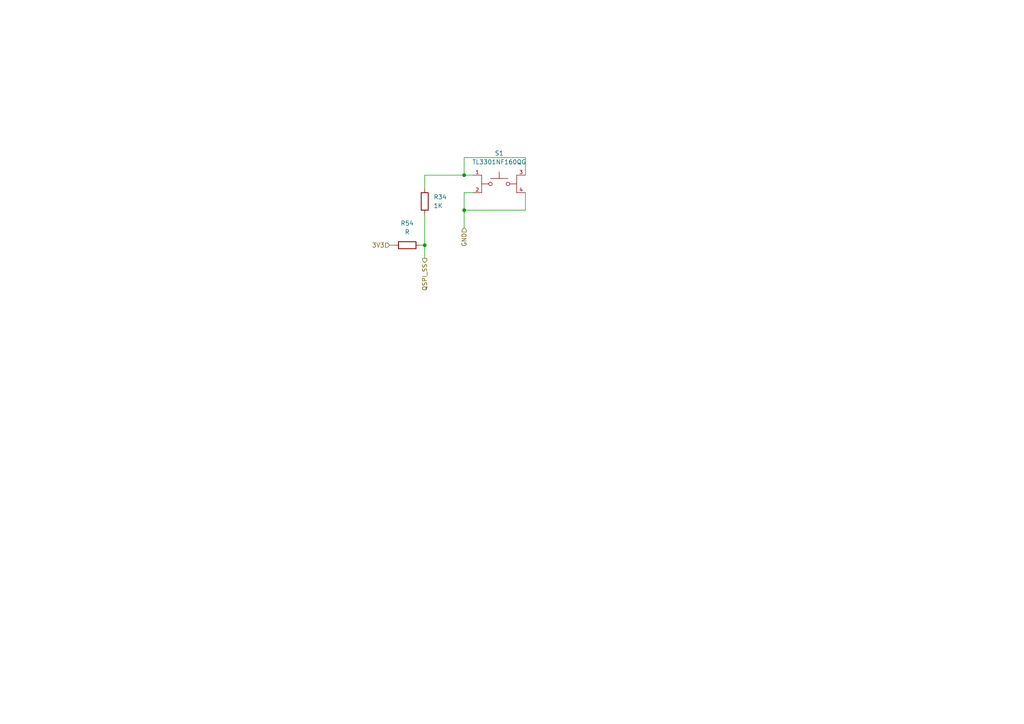
<source format=kicad_sch>
(kicad_sch (version 20230121) (generator eeschema)
  (paper "A4")
  (lib_symbols
    (symbol "Device:R" (pin_numbers hide) (pin_names (offset 0))
      (property "Reference" "R" (at 2.032 0 90))
      (property "Value" "R" (at 0 0 90))
      (symbol "R_0_1"
        (rectangle (start -1.016 -2.54) (end 1.016 2.54) (stroke (width 0.254)))
      )
      (symbol "R_1_1"
        (pin passive line (at 0 3.81 270) (length 1.27) (name "~") (number "1"))
        (pin passive line (at 0 -3.81 90) (length 1.27) (name "~") (number "2"))
      )
    )
    (symbol "TL3301NF160QG:TL3301NF160QG" (pin_names (offset 1.016))
      (property "Reference" "S" (at -5.08 5.08 0))
      (property "Value" "TL3301NF160QG" (at -5.08 -5.08 0))
      (symbol "TL3301NF160QG_0_0"
        (circle (center -2.54 0) (radius 0.508) (stroke (width 0.1524)))
        (polyline (pts (xy -5.08 0) (xy -3.048 0)) (stroke (width 0.1524)))
        (polyline (pts (xy -5.08 2.54) (xy -5.08 -2.54)) (stroke (width 0.1524)))
        (polyline (pts (xy -2.54 1.5875) (xy 0 1.5875)) (stroke (width 0.1524)))
        (polyline (pts (xy 0 1.5875) (xy 0 3.4925)) (stroke (width 0.1524)))
        (polyline (pts (xy 0 1.5875) (xy 2.54 1.5875)) (stroke (width 0.1524)))
        (polyline (pts (xy 5.08 0) (xy 3.048 0)) (stroke (width 0.1524)))
        (polyline (pts (xy 5.08 2.54) (xy 5.08 -2.54)) (stroke (width 0.1524)))
        (circle (center 2.54 0) (radius 0.508) (stroke (width 0.1524)))
        (pin passive line (at -7.62 2.54 0) (length 2.54) (name "~") (number "1"))
        (pin passive line (at -7.62 -2.54 0) (length 2.54) (name "~") (number "2"))
        (pin passive line (at 7.62 2.54 180) (length 2.54) (name "~") (number "3"))
        (pin passive line (at 7.62 -2.54 180) (length 2.54) (name "~") (number "4"))
      )
    )
  )
  (junction (at 134.62 50.8))
  (junction (at 134.62 60.96))
  (junction (at 123.19 71.12))
  (wire (pts (xy 123.19 54.61) (xy 123.19 50.8)))
  (wire (pts (xy 121.92 71.12) (xy 123.19 71.12)))
  (wire (pts (xy 134.62 55.88) (xy 137.16 55.88)))
  (wire (pts (xy 152.4 55.88) (xy 152.4 60.96)))
  (wire (pts (xy 134.62 50.8) (xy 123.19 50.8)))
  (wire (pts (xy 152.4 60.96) (xy 134.62 60.96)))
  (wire (pts (xy 123.19 62.23) (xy 123.19 71.12)))
  (wire (pts (xy 123.19 71.12) (xy 123.19 74.93)))
  (wire (pts (xy 134.62 60.96) (xy 134.62 66.04)))
  (wire (pts (xy 152.4 45.72) (xy 134.62 45.72)))
  (wire (pts (xy 134.62 60.96) (xy 134.62 55.88)))
  (wire (pts (xy 152.4 50.8) (xy 152.4 45.72)))
  (wire (pts (xy 113.03 71.12) (xy 114.3 71.12)))
  (wire (pts (xy 134.62 45.72) (xy 134.62 50.8)))
  (wire (pts (xy 134.62 50.8) (xy 137.16 50.8)))
  (hierarchical_label "QSPI_SS" (shape output) (at 123.19 74.93 270))
  (hierarchical_label "GND" (shape input) (at 134.62 66.04 270))
  (hierarchical_label "3V3" (shape input) (at 113.03 71.12 180))
  (symbol (lib_id "Device:R") (at 123.19 58.42 0) (unit 1)
    (property "Reference" "R34" (at 125.73 57.15 0) (effects (justify left)))
    (property "Value" "1K" (at 125.73 59.69 0) (effects (justify left)))
    (property "Footprint" "Resistor_THT:R_Axial_DIN0207_L6.3mm_D2.5mm_P10.16mm_Horizontal" (effects hide))
    (instances (project "ROSE-PILK_v1" (path "" (reference "R34") (unit 1)) (path "" (reference "R37") (unit 1)) (path "" (reference "R45") (unit 1))))
  )
  (symbol (lib_id "Device:R") (at 118.11 71.12 90) (unit 1)
    (property "Reference" "R54" (at 118.11 64.77 90))
    (property "Value" "R" (at 118.11 67.31 90))
    (property "Footprint" "Resistor_THT:R_Axial_DIN0207_L6.3mm_D2.5mm_P10.16mm_Horizontal" (effects hide))
    (instances (project "ROSE-PILK_v1" (path "" (reference "R54") (unit 1)) (path "" (reference "R55") (unit 1))))
  )
  (symbol (lib_id "TL3301NF160QG:TL3301NF160QG") (at 144.78 53.34 0) (unit 1)
    (property "Reference" "S1" (at 144.78 44.45 0))
    (property "Value" "TL3301NF160QG" (at 144.78 46.99 0))
    (property "Footprint" "TL3301NF160QG:SW_TL3301NF160QG" (effects hide))
    (property "MF" "E-Switch" (effects hide))
    (property "Purchase-URL" "https://www.snapeda.com/api/url_track_click_mouser/?unipart_id=304402&manufacturer=E-Switch&part_name=TL3301NF160QG&search_term=None" (effects hide))
    (property "Package" "None" (effects hide))
    (property "Price" "None" (effects hide))
    (property "Check_prices" "https://www.snapeda.com/parts/TL3301NF160QG/E-Switch/view-part/?ref=eda" (effects hide))
    (property "SnapEDA_Link" "https://www.snapeda.com/parts/TL3301NF160QG/E-Switch/view-part/?ref=snap" (effects hide))
    (property "MP" "TL3301NF160QG" (effects hide))
    (property "Availability" "In Stock" (effects hide))
    (property "Description" "\nTactile Switch, TL3301, SPST-NO, OFF-(ON), 4.3mm Top Actuated, 0.05A, 12VDC | E-Switch TL3301NF160QG\n" (effects hide))
    (instances (project "ROSE-PILK_v1" (path "" (reference "S1") (unit 1)) (path "" (reference "S2") (unit 1))))
  )
)
</source>
